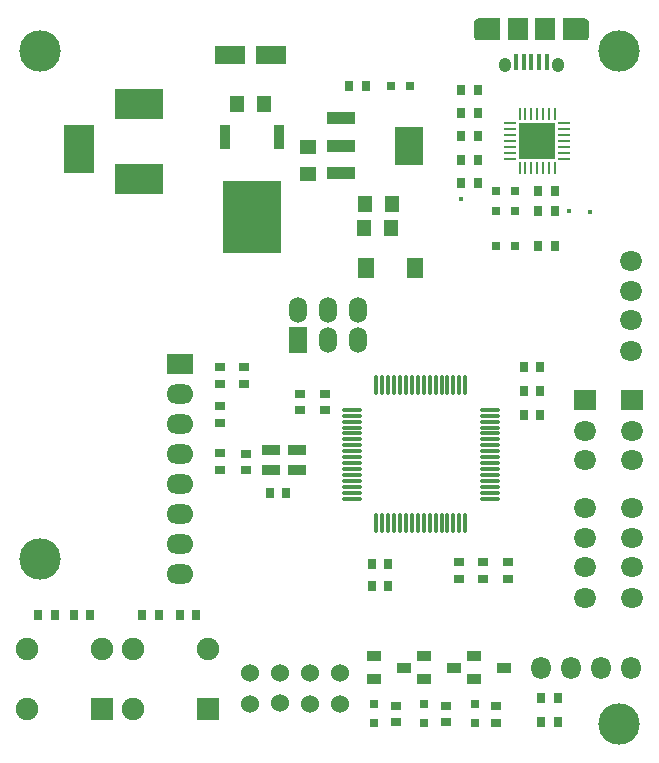
<source format=gts>
%FSTAX23Y23*%
%MOIN*%
%SFA1B1*%

%IPPOS*%
%ADD19R,0.031500X0.037400*%
%ADD20R,0.037400X0.031500*%
%ADD21R,0.031500X0.031500*%
%ADD22R,0.031500X0.031500*%
%ADD23R,0.050000X0.055000*%
%ADD24R,0.055000X0.050000*%
%ADD25R,0.100400X0.063000*%
%ADD26R,0.057100X0.065000*%
%ADD27R,0.192900X0.244100*%
%ADD28R,0.037400X0.082700*%
%ADD29R,0.094500X0.039400*%
%ADD30R,0.094500X0.129900*%
%ADD31O,0.066900X0.011800*%
%ADD32O,0.011800X0.066900*%
%ADD33O,0.009800X0.041300*%
%ADD34O,0.041300X0.009800*%
%ADD35R,0.123200X0.123200*%
%ADD36R,0.061000X0.037400*%
%ADD37R,0.047200X0.033500*%
%ADD38R,0.070900X0.074800*%
%ADD39R,0.015700X0.053100*%
%ADD40R,0.100000X0.160000*%
%ADD41R,0.160000X0.100000*%
%ADD42O,0.065000X0.075000*%
%ADD43C,0.138000*%
%ADD44O,0.090000X0.065000*%
%ADD45R,0.090000X0.065000*%
%ADD46O,0.075000X0.065000*%
%ADD47R,0.075000X0.075000*%
%ADD48C,0.075000*%
%ADD49O,0.041300X0.049200*%
%ADD50R,0.060000X0.086000*%
%ADD51O,0.060000X0.086000*%
%ADD52R,0.075000X0.065000*%
%ADD53C,0.060000*%
%ADD54C,0.015700*%
%LNpcb_bug_v2-1*%
%LPD*%
G36*
X03672Y03858D02*
X03596D01*
X03591Y0386*
X03588Y03863*
X03586Y03867*
Y0387*
Y03913*
Y03917*
X03589Y03924*
X03595Y0393*
X03602Y03933*
X03672*
Y03858*
G37*
G36*
X0396Y0393D02*
X03965Y03924D01*
X03968Y03917*
Y03913*
Y0387*
Y03867*
X03967Y03863*
X03963Y0386*
X03959Y03858*
X03882*
Y03933*
X03953*
X0396Y0393*
G37*
G54D19*
X038Y03356D03*
X03856D03*
X038Y03173D03*
X03856D03*
X038Y03287D03*
X03856D03*
X03752Y02767D03*
X03807D03*
X03752Y02687D03*
X03807D03*
Y02607D03*
X03752D03*
X02189Y01942D03*
X02134D03*
X02252D03*
X02307D03*
X02606Y01943D03*
X02661D03*
X02536D03*
X02481D03*
X033Y02039D03*
X03245D03*
X033Y02112D03*
X03245D03*
X02905Y02347D03*
X0296D03*
X03543Y03383D03*
X03598D03*
Y0346D03*
X03543D03*
X03598Y03537D03*
X03543D03*
X03598Y03615D03*
X03543D03*
X03598Y03692D03*
X03543D03*
X03225Y03705D03*
X0317D03*
X03811Y01664D03*
X03866D03*
X03811Y01584D03*
X03866D03*
G54D20*
X03661Y01583D03*
Y01639D03*
X03492Y01585D03*
Y0164D03*
X03326Y01585D03*
Y0164D03*
X03698Y02118D03*
Y02063D03*
X03617Y02118D03*
Y02063D03*
X03537D03*
Y02118D03*
X02821Y02767D03*
Y02712D03*
X02739Y02767D03*
Y02712D03*
Y02583D03*
Y02638D03*
X03089Y02625D03*
Y0268D03*
X03006Y02625D03*
Y0268D03*
X02826Y02424D03*
Y02479D03*
X02739Y02481D03*
Y02426D03*
G54D21*
X03588Y01646D03*
Y01583D03*
X03421Y01646D03*
Y01583D03*
X03254Y01646D03*
Y01583D03*
G54D22*
X03661Y03172D03*
X03724D03*
X03661Y03289D03*
X03724D03*
X03661Y03356D03*
X03724D03*
X03372Y03705D03*
X03309D03*
G54D23*
X03222Y03311D03*
X03312D03*
X03221Y03232D03*
X03311D03*
X02887Y03646D03*
X02797D03*
G54D24*
X03032Y03412D03*
Y03502D03*
G54D25*
X02773Y0381D03*
X0291D03*
G54D26*
X03226Y031D03*
X03388D03*
G54D27*
X02846Y0327D03*
G54D28*
X02756Y03536D03*
X02936D03*
G54D29*
X03143Y03597D03*
Y03506D03*
Y03416D03*
G54D30*
X03371Y03506D03*
G54D31*
X03178Y02625D03*
Y02606D03*
Y02586D03*
Y02566D03*
Y02547D03*
Y02527D03*
Y02507D03*
Y02488D03*
Y02468D03*
Y02448D03*
Y02429D03*
Y02409D03*
Y02389D03*
Y0237D03*
Y0235D03*
Y0233D03*
X03639D03*
Y0235D03*
Y0237D03*
Y02389D03*
Y02409D03*
Y02429D03*
Y02448D03*
Y02468D03*
Y02488D03*
Y02507D03*
Y02527D03*
Y02547D03*
Y02566D03*
Y02586D03*
Y02606D03*
Y02625D03*
G54D32*
X03261Y02248D03*
X03281D03*
X033D03*
X0332D03*
X0334D03*
X03359D03*
X03379D03*
X03399D03*
X03418D03*
X03438D03*
X03458D03*
X03478D03*
X03497D03*
X03517D03*
X03537D03*
X03556D03*
Y02708D03*
X03537D03*
X03517D03*
X03497D03*
X03478D03*
X03458D03*
X03438D03*
X03418D03*
X03399D03*
X03379D03*
X03359D03*
X0334D03*
X0332D03*
X033D03*
X03281D03*
X03261D03*
G54D33*
X03856Y03613D03*
X03836D03*
X03817D03*
X03797D03*
X03777D03*
X03757D03*
X03738D03*
Y03432D03*
X03757D03*
X03777D03*
X03797D03*
X03817D03*
X03836D03*
X03856D03*
G54D34*
X03706Y03581D03*
Y03562D03*
Y03542D03*
Y03522D03*
Y03503D03*
Y03483D03*
Y03463D03*
X03887D03*
Y03483D03*
Y03503D03*
Y03522D03*
Y03542D03*
Y03562D03*
Y03581D03*
G54D35*
X03797Y03522D03*
G54D36*
X02997Y02492D03*
Y02425D03*
X0291Y02492D03*
Y02425D03*
G54D37*
X03686Y01766D03*
X03587Y01729D03*
X03587Y01804D03*
X03519Y01766D03*
X03421Y01729D03*
X03421Y01804D03*
X03352Y01766D03*
X03254Y01729D03*
X03254Y01804D03*
G54D38*
X03732Y03895D03*
X03823D03*
G54D39*
X03828Y03785D03*
X03726D03*
X03803D03*
X03777D03*
X03752D03*
G54D40*
X0227Y03495D03*
G54D41*
X0247Y03645D03*
Y03395D03*
G54D42*
X0381Y01766D03*
X03911D03*
X04009D03*
X0411D03*
G54D43*
X0407Y01578D03*
X02139Y03822D03*
X0407D03*
X0214Y0213D03*
G54D44*
X02605Y0208D03*
Y0228D03*
Y0248D03*
Y0258D03*
Y0268D03*
Y0238D03*
Y0218D03*
G54D45*
X02605Y0278D03*
G54D46*
X03957Y02D03*
Y02101D03*
Y02199D03*
Y023D03*
X04109Y02823D03*
Y02924D03*
Y03022D03*
Y03123D03*
X04113Y02D03*
Y02101D03*
Y02199D03*
Y023D03*
X03957Y02458D03*
Y02556D03*
X04113Y02458D03*
Y02556D03*
G54D47*
X02346Y0163D03*
X02698Y0163D03*
G54D48*
X02096Y0183D03*
Y0163D03*
X02346Y0183D03*
X02448Y0183D03*
Y0163D03*
X02698Y0183D03*
G54D49*
X0369Y03775D03*
X03865D03*
G54D50*
X03Y02857D03*
G54D51*
X031Y02857D03*
X03199D03*
X03Y02957D03*
X032D03*
X031D03*
G54D52*
X03957Y02657D03*
X04113D03*
G54D53*
X03139Y01646D03*
X03039D03*
X02939Y01648D03*
X02839Y01646D03*
X0284Y01749D03*
X02941Y01747D03*
X0304D03*
X0314D03*
G54D54*
X03974Y03286D03*
X03903Y03287D03*
X03543Y03327D03*
M02*
</source>
